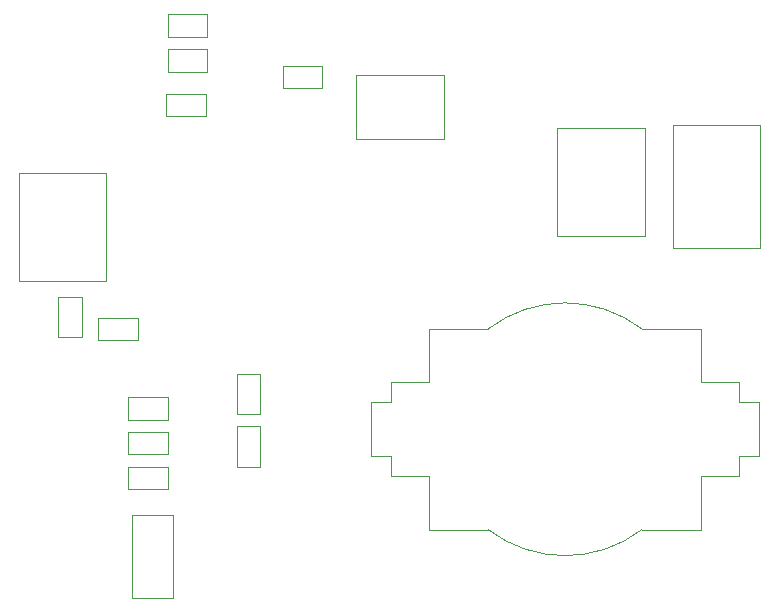
<source format=gbr>
%TF.GenerationSoftware,KiCad,Pcbnew,(5.1.8)-1*%
%TF.CreationDate,2021-03-12T13:42:17+01:00*%
%TF.ProjectId,AP,41502e6b-6963-4616-945f-706362585858,rev?*%
%TF.SameCoordinates,Original*%
%TF.FileFunction,Other,User*%
%FSLAX46Y46*%
G04 Gerber Fmt 4.6, Leading zero omitted, Abs format (unit mm)*
G04 Created by KiCad (PCBNEW (5.1.8)-1) date 2021-03-12 13:42:17*
%MOMM*%
%LPD*%
G01*
G04 APERTURE LIST*
%ADD10C,0.050000*%
G04 APERTURE END LIST*
D10*
%TO.C,RTC1*%
X172610000Y-82710000D02*
X165210000Y-82710000D01*
X172610000Y-77310000D02*
X172610000Y-82710000D01*
X165210000Y-77310000D02*
X172610000Y-77310000D01*
X165210000Y-82710000D02*
X165210000Y-77310000D01*
%TO.C,RI2c2*%
X162335000Y-76520000D02*
X158975000Y-76520000D01*
X162335000Y-78420000D02*
X162335000Y-76520000D01*
X158975000Y-78420000D02*
X162335000Y-78420000D01*
X158975000Y-76520000D02*
X158975000Y-78420000D01*
%TO.C,RI2c1*%
X152454400Y-78933000D02*
X149094400Y-78933000D01*
X152454400Y-80833000D02*
X152454400Y-78933000D01*
X149094400Y-80833000D02*
X152454400Y-80833000D01*
X149094400Y-78933000D02*
X149094400Y-80833000D01*
%TO.C,Rec3*%
X152584401Y-72182999D02*
X149224401Y-72182999D01*
X152584401Y-74082999D02*
X152584401Y-72182999D01*
X149224401Y-74082999D02*
X152584401Y-74082999D01*
X149224401Y-72182999D02*
X149224401Y-74082999D01*
%TO.C,Rec2*%
X146714000Y-97856000D02*
X143354000Y-97856000D01*
X146714000Y-99756000D02*
X146714000Y-97856000D01*
X143354000Y-99756000D02*
X146714000Y-99756000D01*
X143354000Y-97856000D02*
X143354000Y-99756000D01*
%TO.C,Rec1*%
X152584401Y-75132999D02*
X149224401Y-75132999D01*
X152584401Y-77032999D02*
X152584401Y-75132999D01*
X149224401Y-77032999D02*
X152584401Y-77032999D01*
X149224401Y-75132999D02*
X149224401Y-77032999D01*
%TO.C,R4*%
X149237801Y-104598999D02*
X145877801Y-104598999D01*
X149237801Y-106498999D02*
X149237801Y-104598999D01*
X145877801Y-106498999D02*
X149237801Y-106498999D01*
X145877801Y-104598999D02*
X145877801Y-106498999D01*
%TO.C,R3*%
X149237801Y-107548999D02*
X145877801Y-107548999D01*
X149237801Y-109448999D02*
X149237801Y-107548999D01*
X145877801Y-109448999D02*
X149237801Y-109448999D01*
X145877801Y-107548999D02*
X145877801Y-109448999D01*
%TO.C,R2*%
X149237801Y-110498999D02*
X145877801Y-110498999D01*
X149237801Y-112398999D02*
X149237801Y-110498999D01*
X145877801Y-112398999D02*
X149237801Y-112398999D01*
X145877801Y-110498999D02*
X145877801Y-112398999D01*
%TO.C,R1*%
X155139999Y-102664399D02*
X155139999Y-106024399D01*
X157039999Y-102664399D02*
X155139999Y-102664399D01*
X157039999Y-106024399D02*
X157039999Y-102664399D01*
X155139999Y-106024399D02*
X157039999Y-106024399D01*
%TO.C,Dioda1*%
X146205000Y-121610000D02*
X149705000Y-121610000D01*
X146205000Y-114610000D02*
X146205000Y-121610000D01*
X149705000Y-114610000D02*
X146205000Y-114610000D01*
X149705000Y-121610000D02*
X149705000Y-114610000D01*
%TO.C,Demultiplexor1*%
X192007000Y-81541000D02*
X199407000Y-81541000D01*
X192007000Y-91941000D02*
X192007000Y-81541000D01*
X199407000Y-91941000D02*
X192007000Y-91941000D01*
X199407000Y-81541000D02*
X199407000Y-91941000D01*
%TO.C,C2*%
X139990000Y-96090000D02*
X139990000Y-99490000D01*
X141950000Y-96090000D02*
X139990000Y-96090000D01*
X141950000Y-99490000D02*
X141950000Y-96090000D01*
X139990000Y-99490000D02*
X141950000Y-99490000D01*
%TO.C,C1*%
X155079999Y-107074399D02*
X155079999Y-110474399D01*
X157039999Y-107074399D02*
X155079999Y-107074399D01*
X157039999Y-110474399D02*
X157039999Y-107074399D01*
X155079999Y-110474399D02*
X157039999Y-110474399D01*
%TO.C,Baterie1*%
X194380000Y-115815000D02*
X189380000Y-115815000D01*
X194380000Y-103315000D02*
X194380000Y-98815000D01*
X197580000Y-103315000D02*
X194380000Y-103315000D01*
X197580000Y-105015000D02*
X197580000Y-103315000D01*
X199330000Y-105015000D02*
X197580000Y-105015000D01*
X199330000Y-109615000D02*
X199330000Y-105015000D01*
X197580000Y-109615000D02*
X199330000Y-109615000D01*
X197580000Y-111315000D02*
X197580000Y-109615000D01*
X194380000Y-111315000D02*
X197580000Y-111315000D01*
X194380000Y-115815000D02*
X194380000Y-111315000D01*
X171380000Y-115815000D02*
X176380000Y-115815000D01*
X171380000Y-111315000D02*
X171380000Y-115815000D01*
X168180000Y-111315000D02*
X171380000Y-111315000D01*
X168180000Y-109615000D02*
X168180000Y-111315000D01*
X168180000Y-109615000D02*
X166430000Y-109615000D01*
X166430000Y-105015000D02*
X166430000Y-109615000D01*
X168180000Y-105015000D02*
X166430000Y-105015000D01*
X168180000Y-103315000D02*
X168180000Y-105015000D01*
X168180000Y-103315000D02*
X171380000Y-103315000D01*
X171380000Y-103315000D02*
X171380000Y-98815000D01*
X176380000Y-98815000D02*
X171380000Y-98815000D01*
X194380000Y-98815000D02*
X189380000Y-98815000D01*
X176380001Y-115815000D02*
G75*
G03*
X189380000Y-115815000I6499999J8500000D01*
G01*
X189379999Y-98815000D02*
G75*
G03*
X176380000Y-98815000I-6499999J-8500000D01*
G01*
%TO.C,U1*%
X189628000Y-81780000D02*
X189628000Y-90940000D01*
X189628000Y-90940000D02*
X182228000Y-90940000D01*
X182228000Y-90940000D02*
X182228000Y-81780000D01*
X182228000Y-81780000D02*
X189628000Y-81780000D01*
%TO.C,U2*%
X144035000Y-94750000D02*
X136635000Y-94750000D01*
X144035000Y-85590000D02*
X144035000Y-94750000D01*
X136635000Y-85590000D02*
X144035000Y-85590000D01*
X136635000Y-94750000D02*
X136635000Y-85590000D01*
%TD*%
M02*

</source>
